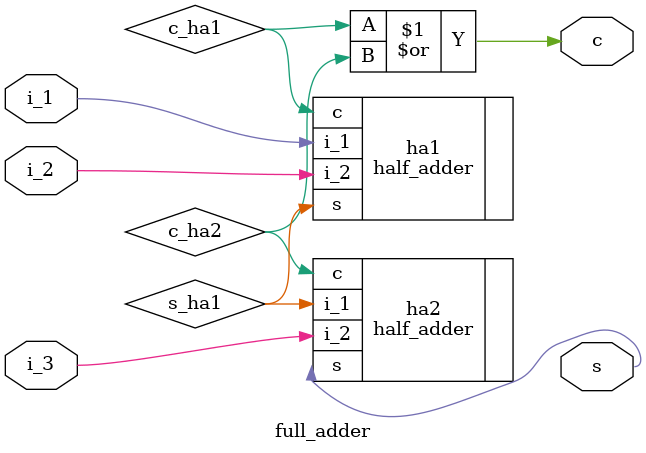
<source format=sv>
`include "adder_define.h"
module full_adder (
  input i_1, // Input 1
  input i_2, // Input 2
  input i_3, // Input 3 (previous carry)
  `ifdef ADDER_INVERT_INPUT_2
  input invert_i_2, // Invert input 2
  `endif
  output s,  // Sum
  output c   // Carry
);

wire s_ha1; 
wire c_ha1;
wire c_ha2;

assign c = c_ha1 | c_ha2;

half_adder ha1 (
  .i_1(i_1),
  .i_2(i_2),
  `ifdef ADDER_INVERT_INPUT_2
  .invert_i_2(invert_i_2),
  `endif
  .s(s_ha1),
  .c(c_ha1)
);

half_adder ha2 (
  .i_1(s_ha1),
  .i_2(i_3),
  `ifdef ADDER_INVERT_INPUT_2
  .invert_i_2(invert_i_2),
  `endif
  .s(s),
  .c(c_ha2)
);

endmodule


</source>
